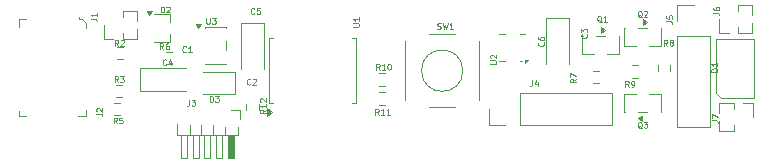
<source format=gbr>
%TF.GenerationSoftware,KiCad,Pcbnew,9.0.6*%
%TF.CreationDate,2026-01-30T22:56:41+01:00*%
%TF.ProjectId,fed_training_1,6665645f-7472-4616-996e-696e675f312e,rev?*%
%TF.SameCoordinates,Original*%
%TF.FileFunction,Legend,Top*%
%TF.FilePolarity,Positive*%
%FSLAX46Y46*%
G04 Gerber Fmt 4.6, Leading zero omitted, Abs format (unit mm)*
G04 Created by KiCad (PCBNEW 9.0.6) date 2026-01-30 22:56:41*
%MOMM*%
%LPD*%
G01*
G04 APERTURE LIST*
%ADD10C,0.062500*%
%ADD11C,0.120000*%
%ADD12C,0.100000*%
G04 APERTURE END LIST*
D10*
X169467882Y-90524244D02*
X169420263Y-90500435D01*
X169420263Y-90500435D02*
X169372644Y-90452816D01*
X169372644Y-90452816D02*
X169301216Y-90381387D01*
X169301216Y-90381387D02*
X169253597Y-90357577D01*
X169253597Y-90357577D02*
X169205978Y-90357577D01*
X169229787Y-90476625D02*
X169182168Y-90452816D01*
X169182168Y-90452816D02*
X169134549Y-90405196D01*
X169134549Y-90405196D02*
X169110740Y-90309958D01*
X169110740Y-90309958D02*
X169110740Y-90143292D01*
X169110740Y-90143292D02*
X169134549Y-90048054D01*
X169134549Y-90048054D02*
X169182168Y-90000435D01*
X169182168Y-90000435D02*
X169229787Y-89976625D01*
X169229787Y-89976625D02*
X169325025Y-89976625D01*
X169325025Y-89976625D02*
X169372644Y-90000435D01*
X169372644Y-90000435D02*
X169420263Y-90048054D01*
X169420263Y-90048054D02*
X169444073Y-90143292D01*
X169444073Y-90143292D02*
X169444073Y-90309958D01*
X169444073Y-90309958D02*
X169420263Y-90405196D01*
X169420263Y-90405196D02*
X169372644Y-90452816D01*
X169372644Y-90452816D02*
X169325025Y-90476625D01*
X169325025Y-90476625D02*
X169229787Y-90476625D01*
X169634550Y-90024244D02*
X169658359Y-90000435D01*
X169658359Y-90000435D02*
X169705978Y-89976625D01*
X169705978Y-89976625D02*
X169825026Y-89976625D01*
X169825026Y-89976625D02*
X169872645Y-90000435D01*
X169872645Y-90000435D02*
X169896454Y-90024244D01*
X169896454Y-90024244D02*
X169920264Y-90071863D01*
X169920264Y-90071863D02*
X169920264Y-90119482D01*
X169920264Y-90119482D02*
X169896454Y-90190911D01*
X169896454Y-90190911D02*
X169610740Y-90476625D01*
X169610740Y-90476625D02*
X169920264Y-90476625D01*
X125138666Y-92938059D02*
X124972000Y-92699964D01*
X124852952Y-92938059D02*
X124852952Y-92438059D01*
X124852952Y-92438059D02*
X125043428Y-92438059D01*
X125043428Y-92438059D02*
X125091047Y-92461869D01*
X125091047Y-92461869D02*
X125114857Y-92485678D01*
X125114857Y-92485678D02*
X125138666Y-92533297D01*
X125138666Y-92533297D02*
X125138666Y-92604726D01*
X125138666Y-92604726D02*
X125114857Y-92652345D01*
X125114857Y-92652345D02*
X125091047Y-92676154D01*
X125091047Y-92676154D02*
X125043428Y-92699964D01*
X125043428Y-92699964D02*
X124852952Y-92699964D01*
X125329143Y-92485678D02*
X125352952Y-92461869D01*
X125352952Y-92461869D02*
X125400571Y-92438059D01*
X125400571Y-92438059D02*
X125519619Y-92438059D01*
X125519619Y-92438059D02*
X125567238Y-92461869D01*
X125567238Y-92461869D02*
X125591047Y-92485678D01*
X125591047Y-92485678D02*
X125614857Y-92533297D01*
X125614857Y-92533297D02*
X125614857Y-92580916D01*
X125614857Y-92580916D02*
X125591047Y-92652345D01*
X125591047Y-92652345D02*
X125305333Y-92938059D01*
X125305333Y-92938059D02*
X125614857Y-92938059D01*
X128938798Y-93242986D02*
X128772132Y-93004891D01*
X128653084Y-93242986D02*
X128653084Y-92742986D01*
X128653084Y-92742986D02*
X128843560Y-92742986D01*
X128843560Y-92742986D02*
X128891179Y-92766796D01*
X128891179Y-92766796D02*
X128914989Y-92790605D01*
X128914989Y-92790605D02*
X128938798Y-92838224D01*
X128938798Y-92838224D02*
X128938798Y-92909653D01*
X128938798Y-92909653D02*
X128914989Y-92957272D01*
X128914989Y-92957272D02*
X128891179Y-92981081D01*
X128891179Y-92981081D02*
X128843560Y-93004891D01*
X128843560Y-93004891D02*
X128653084Y-93004891D01*
X129367370Y-92742986D02*
X129272132Y-92742986D01*
X129272132Y-92742986D02*
X129224513Y-92766796D01*
X129224513Y-92766796D02*
X129200703Y-92790605D01*
X129200703Y-92790605D02*
X129153084Y-92862034D01*
X129153084Y-92862034D02*
X129129275Y-92957272D01*
X129129275Y-92957272D02*
X129129275Y-93147748D01*
X129129275Y-93147748D02*
X129153084Y-93195367D01*
X129153084Y-93195367D02*
X129176894Y-93219177D01*
X129176894Y-93219177D02*
X129224513Y-93242986D01*
X129224513Y-93242986D02*
X129319751Y-93242986D01*
X129319751Y-93242986D02*
X129367370Y-93219177D01*
X129367370Y-93219177D02*
X129391179Y-93195367D01*
X129391179Y-93195367D02*
X129414989Y-93147748D01*
X129414989Y-93147748D02*
X129414989Y-93028700D01*
X129414989Y-93028700D02*
X129391179Y-92981081D01*
X129391179Y-92981081D02*
X129367370Y-92957272D01*
X129367370Y-92957272D02*
X129319751Y-92933462D01*
X129319751Y-92933462D02*
X129224513Y-92933462D01*
X129224513Y-92933462D02*
X129176894Y-92957272D01*
X129176894Y-92957272D02*
X129153084Y-92981081D01*
X129153084Y-92981081D02*
X129129275Y-93028700D01*
X128730952Y-90128059D02*
X128730952Y-89628059D01*
X128730952Y-89628059D02*
X128850000Y-89628059D01*
X128850000Y-89628059D02*
X128921428Y-89651869D01*
X128921428Y-89651869D02*
X128969047Y-89699488D01*
X128969047Y-89699488D02*
X128992857Y-89747107D01*
X128992857Y-89747107D02*
X129016666Y-89842345D01*
X129016666Y-89842345D02*
X129016666Y-89913773D01*
X129016666Y-89913773D02*
X128992857Y-90009011D01*
X128992857Y-90009011D02*
X128969047Y-90056630D01*
X128969047Y-90056630D02*
X128921428Y-90104250D01*
X128921428Y-90104250D02*
X128850000Y-90128059D01*
X128850000Y-90128059D02*
X128730952Y-90128059D01*
X129207143Y-89675678D02*
X129230952Y-89651869D01*
X129230952Y-89651869D02*
X129278571Y-89628059D01*
X129278571Y-89628059D02*
X129397619Y-89628059D01*
X129397619Y-89628059D02*
X129445238Y-89651869D01*
X129445238Y-89651869D02*
X129469047Y-89675678D01*
X129469047Y-89675678D02*
X129492857Y-89723297D01*
X129492857Y-89723297D02*
X129492857Y-89770916D01*
X129492857Y-89770916D02*
X129469047Y-89842345D01*
X129469047Y-89842345D02*
X129183333Y-90128059D01*
X129183333Y-90128059D02*
X129492857Y-90128059D01*
X136661483Y-90205941D02*
X136637674Y-90229751D01*
X136637674Y-90229751D02*
X136566245Y-90253560D01*
X136566245Y-90253560D02*
X136518626Y-90253560D01*
X136518626Y-90253560D02*
X136447198Y-90229751D01*
X136447198Y-90229751D02*
X136399579Y-90182131D01*
X136399579Y-90182131D02*
X136375769Y-90134512D01*
X136375769Y-90134512D02*
X136351960Y-90039274D01*
X136351960Y-90039274D02*
X136351960Y-89967846D01*
X136351960Y-89967846D02*
X136375769Y-89872608D01*
X136375769Y-89872608D02*
X136399579Y-89824989D01*
X136399579Y-89824989D02*
X136447198Y-89777370D01*
X136447198Y-89777370D02*
X136518626Y-89753560D01*
X136518626Y-89753560D02*
X136566245Y-89753560D01*
X136566245Y-89753560D02*
X136637674Y-89777370D01*
X136637674Y-89777370D02*
X136661483Y-89801179D01*
X137113864Y-89753560D02*
X136875769Y-89753560D01*
X136875769Y-89753560D02*
X136851960Y-89991655D01*
X136851960Y-89991655D02*
X136875769Y-89967846D01*
X136875769Y-89967846D02*
X136923388Y-89944036D01*
X136923388Y-89944036D02*
X137042436Y-89944036D01*
X137042436Y-89944036D02*
X137090055Y-89967846D01*
X137090055Y-89967846D02*
X137113864Y-89991655D01*
X137113864Y-89991655D02*
X137137674Y-90039274D01*
X137137674Y-90039274D02*
X137137674Y-90158322D01*
X137137674Y-90158322D02*
X137113864Y-90205941D01*
X137113864Y-90205941D02*
X137090055Y-90229751D01*
X137090055Y-90229751D02*
X137042436Y-90253560D01*
X137042436Y-90253560D02*
X136923388Y-90253560D01*
X136923388Y-90253560D02*
X136875769Y-90229751D01*
X136875769Y-90229751D02*
X136851960Y-90205941D01*
X160183333Y-95875141D02*
X160183333Y-96232284D01*
X160183333Y-96232284D02*
X160159524Y-96303712D01*
X160159524Y-96303712D02*
X160111905Y-96351332D01*
X160111905Y-96351332D02*
X160040476Y-96375141D01*
X160040476Y-96375141D02*
X159992857Y-96375141D01*
X160635714Y-96041808D02*
X160635714Y-96375141D01*
X160516666Y-95851332D02*
X160397619Y-96208474D01*
X160397619Y-96208474D02*
X160707142Y-96208474D01*
X125116666Y-96028059D02*
X124950000Y-95789964D01*
X124830952Y-96028059D02*
X124830952Y-95528059D01*
X124830952Y-95528059D02*
X125021428Y-95528059D01*
X125021428Y-95528059D02*
X125069047Y-95551869D01*
X125069047Y-95551869D02*
X125092857Y-95575678D01*
X125092857Y-95575678D02*
X125116666Y-95623297D01*
X125116666Y-95623297D02*
X125116666Y-95694726D01*
X125116666Y-95694726D02*
X125092857Y-95742345D01*
X125092857Y-95742345D02*
X125069047Y-95766154D01*
X125069047Y-95766154D02*
X125021428Y-95789964D01*
X125021428Y-95789964D02*
X124830952Y-95789964D01*
X125283333Y-95528059D02*
X125592857Y-95528059D01*
X125592857Y-95528059D02*
X125426190Y-95718535D01*
X125426190Y-95718535D02*
X125497619Y-95718535D01*
X125497619Y-95718535D02*
X125545238Y-95742345D01*
X125545238Y-95742345D02*
X125569047Y-95766154D01*
X125569047Y-95766154D02*
X125592857Y-95813773D01*
X125592857Y-95813773D02*
X125592857Y-95932821D01*
X125592857Y-95932821D02*
X125569047Y-95980440D01*
X125569047Y-95980440D02*
X125545238Y-96004250D01*
X125545238Y-96004250D02*
X125497619Y-96028059D01*
X125497619Y-96028059D02*
X125354762Y-96028059D01*
X125354762Y-96028059D02*
X125307143Y-96004250D01*
X125307143Y-96004250D02*
X125283333Y-95980440D01*
X175381549Y-99256667D02*
X175738692Y-99256667D01*
X175738692Y-99256667D02*
X175810120Y-99280476D01*
X175810120Y-99280476D02*
X175857740Y-99328095D01*
X175857740Y-99328095D02*
X175881549Y-99399524D01*
X175881549Y-99399524D02*
X175881549Y-99447143D01*
X175381549Y-99066191D02*
X175381549Y-98732858D01*
X175381549Y-98732858D02*
X175881549Y-98947143D01*
X156628059Y-94480952D02*
X157032821Y-94480952D01*
X157032821Y-94480952D02*
X157080440Y-94457142D01*
X157080440Y-94457142D02*
X157104250Y-94433333D01*
X157104250Y-94433333D02*
X157128059Y-94385714D01*
X157128059Y-94385714D02*
X157128059Y-94290476D01*
X157128059Y-94290476D02*
X157104250Y-94242857D01*
X157104250Y-94242857D02*
X157080440Y-94219047D01*
X157080440Y-94219047D02*
X157032821Y-94195238D01*
X157032821Y-94195238D02*
X156628059Y-94195238D01*
X156675678Y-93980951D02*
X156651869Y-93957142D01*
X156651869Y-93957142D02*
X156628059Y-93909523D01*
X156628059Y-93909523D02*
X156628059Y-93790475D01*
X156628059Y-93790475D02*
X156651869Y-93742856D01*
X156651869Y-93742856D02*
X156675678Y-93719047D01*
X156675678Y-93719047D02*
X156723297Y-93695237D01*
X156723297Y-93695237D02*
X156770916Y-93695237D01*
X156770916Y-93695237D02*
X156842345Y-93719047D01*
X156842345Y-93719047D02*
X157128059Y-94004761D01*
X157128059Y-94004761D02*
X157128059Y-93695237D01*
X125016666Y-99528059D02*
X124850000Y-99289964D01*
X124730952Y-99528059D02*
X124730952Y-99028059D01*
X124730952Y-99028059D02*
X124921428Y-99028059D01*
X124921428Y-99028059D02*
X124969047Y-99051869D01*
X124969047Y-99051869D02*
X124992857Y-99075678D01*
X124992857Y-99075678D02*
X125016666Y-99123297D01*
X125016666Y-99123297D02*
X125016666Y-99194726D01*
X125016666Y-99194726D02*
X124992857Y-99242345D01*
X124992857Y-99242345D02*
X124969047Y-99266154D01*
X124969047Y-99266154D02*
X124921428Y-99289964D01*
X124921428Y-99289964D02*
X124730952Y-99289964D01*
X125469047Y-99028059D02*
X125230952Y-99028059D01*
X125230952Y-99028059D02*
X125207143Y-99266154D01*
X125207143Y-99266154D02*
X125230952Y-99242345D01*
X125230952Y-99242345D02*
X125278571Y-99218535D01*
X125278571Y-99218535D02*
X125397619Y-99218535D01*
X125397619Y-99218535D02*
X125445238Y-99242345D01*
X125445238Y-99242345D02*
X125469047Y-99266154D01*
X125469047Y-99266154D02*
X125492857Y-99313773D01*
X125492857Y-99313773D02*
X125492857Y-99432821D01*
X125492857Y-99432821D02*
X125469047Y-99480440D01*
X125469047Y-99480440D02*
X125445238Y-99504250D01*
X125445238Y-99504250D02*
X125397619Y-99528059D01*
X125397619Y-99528059D02*
X125278571Y-99528059D01*
X125278571Y-99528059D02*
X125230952Y-99504250D01*
X125230952Y-99504250D02*
X125207143Y-99480440D01*
X175833772Y-95138267D02*
X175333772Y-95138267D01*
X175333772Y-95138267D02*
X175333772Y-95019219D01*
X175333772Y-95019219D02*
X175357582Y-94947791D01*
X175357582Y-94947791D02*
X175405201Y-94900172D01*
X175405201Y-94900172D02*
X175452820Y-94876362D01*
X175452820Y-94876362D02*
X175548058Y-94852553D01*
X175548058Y-94852553D02*
X175619486Y-94852553D01*
X175619486Y-94852553D02*
X175714724Y-94876362D01*
X175714724Y-94876362D02*
X175762343Y-94900172D01*
X175762343Y-94900172D02*
X175809963Y-94947791D01*
X175809963Y-94947791D02*
X175833772Y-95019219D01*
X175833772Y-95019219D02*
X175833772Y-95138267D01*
X175833772Y-94376362D02*
X175833772Y-94662076D01*
X175833772Y-94519219D02*
X175333772Y-94519219D01*
X175333772Y-94519219D02*
X175405201Y-94566838D01*
X175405201Y-94566838D02*
X175452820Y-94614457D01*
X175452820Y-94614457D02*
X175476629Y-94662076D01*
X171620666Y-92938059D02*
X171454000Y-92699964D01*
X171334952Y-92938059D02*
X171334952Y-92438059D01*
X171334952Y-92438059D02*
X171525428Y-92438059D01*
X171525428Y-92438059D02*
X171573047Y-92461869D01*
X171573047Y-92461869D02*
X171596857Y-92485678D01*
X171596857Y-92485678D02*
X171620666Y-92533297D01*
X171620666Y-92533297D02*
X171620666Y-92604726D01*
X171620666Y-92604726D02*
X171596857Y-92652345D01*
X171596857Y-92652345D02*
X171573047Y-92676154D01*
X171573047Y-92676154D02*
X171525428Y-92699964D01*
X171525428Y-92699964D02*
X171334952Y-92699964D01*
X171906381Y-92652345D02*
X171858762Y-92628535D01*
X171858762Y-92628535D02*
X171834952Y-92604726D01*
X171834952Y-92604726D02*
X171811143Y-92557107D01*
X171811143Y-92557107D02*
X171811143Y-92533297D01*
X171811143Y-92533297D02*
X171834952Y-92485678D01*
X171834952Y-92485678D02*
X171858762Y-92461869D01*
X171858762Y-92461869D02*
X171906381Y-92438059D01*
X171906381Y-92438059D02*
X172001619Y-92438059D01*
X172001619Y-92438059D02*
X172049238Y-92461869D01*
X172049238Y-92461869D02*
X172073047Y-92485678D01*
X172073047Y-92485678D02*
X172096857Y-92533297D01*
X172096857Y-92533297D02*
X172096857Y-92557107D01*
X172096857Y-92557107D02*
X172073047Y-92604726D01*
X172073047Y-92604726D02*
X172049238Y-92628535D01*
X172049238Y-92628535D02*
X172001619Y-92652345D01*
X172001619Y-92652345D02*
X171906381Y-92652345D01*
X171906381Y-92652345D02*
X171858762Y-92676154D01*
X171858762Y-92676154D02*
X171834952Y-92699964D01*
X171834952Y-92699964D02*
X171811143Y-92747583D01*
X171811143Y-92747583D02*
X171811143Y-92842821D01*
X171811143Y-92842821D02*
X171834952Y-92890440D01*
X171834952Y-92890440D02*
X171858762Y-92914250D01*
X171858762Y-92914250D02*
X171906381Y-92938059D01*
X171906381Y-92938059D02*
X172001619Y-92938059D01*
X172001619Y-92938059D02*
X172049238Y-92914250D01*
X172049238Y-92914250D02*
X172073047Y-92890440D01*
X172073047Y-92890440D02*
X172096857Y-92842821D01*
X172096857Y-92842821D02*
X172096857Y-92747583D01*
X172096857Y-92747583D02*
X172073047Y-92699964D01*
X172073047Y-92699964D02*
X172049238Y-92676154D01*
X172049238Y-92676154D02*
X172001619Y-92652345D01*
X152139789Y-91504250D02*
X152211217Y-91528059D01*
X152211217Y-91528059D02*
X152330265Y-91528059D01*
X152330265Y-91528059D02*
X152377884Y-91504250D01*
X152377884Y-91504250D02*
X152401693Y-91480440D01*
X152401693Y-91480440D02*
X152425503Y-91432821D01*
X152425503Y-91432821D02*
X152425503Y-91385202D01*
X152425503Y-91385202D02*
X152401693Y-91337583D01*
X152401693Y-91337583D02*
X152377884Y-91313773D01*
X152377884Y-91313773D02*
X152330265Y-91289964D01*
X152330265Y-91289964D02*
X152235027Y-91266154D01*
X152235027Y-91266154D02*
X152187408Y-91242345D01*
X152187408Y-91242345D02*
X152163598Y-91218535D01*
X152163598Y-91218535D02*
X152139789Y-91170916D01*
X152139789Y-91170916D02*
X152139789Y-91123297D01*
X152139789Y-91123297D02*
X152163598Y-91075678D01*
X152163598Y-91075678D02*
X152187408Y-91051869D01*
X152187408Y-91051869D02*
X152235027Y-91028059D01*
X152235027Y-91028059D02*
X152354074Y-91028059D01*
X152354074Y-91028059D02*
X152425503Y-91051869D01*
X152592169Y-91028059D02*
X152711217Y-91528059D01*
X152711217Y-91528059D02*
X152806455Y-91170916D01*
X152806455Y-91170916D02*
X152901693Y-91528059D01*
X152901693Y-91528059D02*
X153020741Y-91028059D01*
X153473122Y-91528059D02*
X153187408Y-91528059D01*
X153330265Y-91528059D02*
X153330265Y-91028059D01*
X153330265Y-91028059D02*
X153282646Y-91099488D01*
X153282646Y-91099488D02*
X153235027Y-91147107D01*
X153235027Y-91147107D02*
X153187408Y-91170916D01*
X137642059Y-98365428D02*
X137403964Y-98532094D01*
X137642059Y-98651142D02*
X137142059Y-98651142D01*
X137142059Y-98651142D02*
X137142059Y-98460666D01*
X137142059Y-98460666D02*
X137165869Y-98413047D01*
X137165869Y-98413047D02*
X137189678Y-98389237D01*
X137189678Y-98389237D02*
X137237297Y-98365428D01*
X137237297Y-98365428D02*
X137308726Y-98365428D01*
X137308726Y-98365428D02*
X137356345Y-98389237D01*
X137356345Y-98389237D02*
X137380154Y-98413047D01*
X137380154Y-98413047D02*
X137403964Y-98460666D01*
X137403964Y-98460666D02*
X137403964Y-98651142D01*
X137642059Y-97889237D02*
X137642059Y-98174951D01*
X137642059Y-98032094D02*
X137142059Y-98032094D01*
X137142059Y-98032094D02*
X137213488Y-98079713D01*
X137213488Y-98079713D02*
X137261107Y-98127332D01*
X137261107Y-98127332D02*
X137284916Y-98174951D01*
X137189678Y-97698761D02*
X137165869Y-97674952D01*
X137165869Y-97674952D02*
X137142059Y-97627333D01*
X137142059Y-97627333D02*
X137142059Y-97508285D01*
X137142059Y-97508285D02*
X137165869Y-97460666D01*
X137165869Y-97460666D02*
X137189678Y-97436857D01*
X137189678Y-97436857D02*
X137237297Y-97413047D01*
X137237297Y-97413047D02*
X137284916Y-97413047D01*
X137284916Y-97413047D02*
X137356345Y-97436857D01*
X137356345Y-97436857D02*
X137642059Y-97722571D01*
X137642059Y-97722571D02*
X137642059Y-97413047D01*
X147178571Y-98780059D02*
X147011905Y-98541964D01*
X146892857Y-98780059D02*
X146892857Y-98280059D01*
X146892857Y-98280059D02*
X147083333Y-98280059D01*
X147083333Y-98280059D02*
X147130952Y-98303869D01*
X147130952Y-98303869D02*
X147154762Y-98327678D01*
X147154762Y-98327678D02*
X147178571Y-98375297D01*
X147178571Y-98375297D02*
X147178571Y-98446726D01*
X147178571Y-98446726D02*
X147154762Y-98494345D01*
X147154762Y-98494345D02*
X147130952Y-98518154D01*
X147130952Y-98518154D02*
X147083333Y-98541964D01*
X147083333Y-98541964D02*
X146892857Y-98541964D01*
X147654762Y-98780059D02*
X147369048Y-98780059D01*
X147511905Y-98780059D02*
X147511905Y-98280059D01*
X147511905Y-98280059D02*
X147464286Y-98351488D01*
X147464286Y-98351488D02*
X147416667Y-98399107D01*
X147416667Y-98399107D02*
X147369048Y-98422916D01*
X148130952Y-98780059D02*
X147845238Y-98780059D01*
X147988095Y-98780059D02*
X147988095Y-98280059D01*
X147988095Y-98280059D02*
X147940476Y-98351488D01*
X147940476Y-98351488D02*
X147892857Y-98399107D01*
X147892857Y-98399107D02*
X147845238Y-98422916D01*
X163899038Y-95756310D02*
X163660943Y-95922976D01*
X163899038Y-96042024D02*
X163399038Y-96042024D01*
X163399038Y-96042024D02*
X163399038Y-95851548D01*
X163399038Y-95851548D02*
X163422848Y-95803929D01*
X163422848Y-95803929D02*
X163446657Y-95780119D01*
X163446657Y-95780119D02*
X163494276Y-95756310D01*
X163494276Y-95756310D02*
X163565705Y-95756310D01*
X163565705Y-95756310D02*
X163613324Y-95780119D01*
X163613324Y-95780119D02*
X163637133Y-95803929D01*
X163637133Y-95803929D02*
X163660943Y-95851548D01*
X163660943Y-95851548D02*
X163660943Y-96042024D01*
X163399038Y-95589643D02*
X163399038Y-95256310D01*
X163399038Y-95256310D02*
X163899038Y-95470595D01*
X132589047Y-90608059D02*
X132589047Y-91012821D01*
X132589047Y-91012821D02*
X132612857Y-91060440D01*
X132612857Y-91060440D02*
X132636666Y-91084250D01*
X132636666Y-91084250D02*
X132684285Y-91108059D01*
X132684285Y-91108059D02*
X132779523Y-91108059D01*
X132779523Y-91108059D02*
X132827142Y-91084250D01*
X132827142Y-91084250D02*
X132850952Y-91060440D01*
X132850952Y-91060440D02*
X132874761Y-91012821D01*
X132874761Y-91012821D02*
X132874761Y-90608059D01*
X133065238Y-90608059D02*
X133374762Y-90608059D01*
X133374762Y-90608059D02*
X133208095Y-90798535D01*
X133208095Y-90798535D02*
X133279524Y-90798535D01*
X133279524Y-90798535D02*
X133327143Y-90822345D01*
X133327143Y-90822345D02*
X133350952Y-90846154D01*
X133350952Y-90846154D02*
X133374762Y-90893773D01*
X133374762Y-90893773D02*
X133374762Y-91012821D01*
X133374762Y-91012821D02*
X133350952Y-91060440D01*
X133350952Y-91060440D02*
X133327143Y-91084250D01*
X133327143Y-91084250D02*
X133279524Y-91108059D01*
X133279524Y-91108059D02*
X133136667Y-91108059D01*
X133136667Y-91108059D02*
X133089048Y-91084250D01*
X133089048Y-91084250D02*
X133065238Y-91060440D01*
X129203566Y-94555297D02*
X129179757Y-94579107D01*
X129179757Y-94579107D02*
X129108328Y-94602916D01*
X129108328Y-94602916D02*
X129060709Y-94602916D01*
X129060709Y-94602916D02*
X128989281Y-94579107D01*
X128989281Y-94579107D02*
X128941662Y-94531487D01*
X128941662Y-94531487D02*
X128917852Y-94483868D01*
X128917852Y-94483868D02*
X128894043Y-94388630D01*
X128894043Y-94388630D02*
X128894043Y-94317202D01*
X128894043Y-94317202D02*
X128917852Y-94221964D01*
X128917852Y-94221964D02*
X128941662Y-94174345D01*
X128941662Y-94174345D02*
X128989281Y-94126726D01*
X128989281Y-94126726D02*
X129060709Y-94102916D01*
X129060709Y-94102916D02*
X129108328Y-94102916D01*
X129108328Y-94102916D02*
X129179757Y-94126726D01*
X129179757Y-94126726D02*
X129203566Y-94150535D01*
X129632138Y-94269583D02*
X129632138Y-94602916D01*
X129513090Y-94079107D02*
X129394043Y-94436249D01*
X129394043Y-94436249D02*
X129703566Y-94436249D01*
X166047557Y-90953678D02*
X165999938Y-90929869D01*
X165999938Y-90929869D02*
X165952319Y-90882250D01*
X165952319Y-90882250D02*
X165880891Y-90810821D01*
X165880891Y-90810821D02*
X165833272Y-90787011D01*
X165833272Y-90787011D02*
X165785653Y-90787011D01*
X165809462Y-90906059D02*
X165761843Y-90882250D01*
X165761843Y-90882250D02*
X165714224Y-90834630D01*
X165714224Y-90834630D02*
X165690415Y-90739392D01*
X165690415Y-90739392D02*
X165690415Y-90572726D01*
X165690415Y-90572726D02*
X165714224Y-90477488D01*
X165714224Y-90477488D02*
X165761843Y-90429869D01*
X165761843Y-90429869D02*
X165809462Y-90406059D01*
X165809462Y-90406059D02*
X165904700Y-90406059D01*
X165904700Y-90406059D02*
X165952319Y-90429869D01*
X165952319Y-90429869D02*
X165999938Y-90477488D01*
X165999938Y-90477488D02*
X166023748Y-90572726D01*
X166023748Y-90572726D02*
X166023748Y-90739392D01*
X166023748Y-90739392D02*
X165999938Y-90834630D01*
X165999938Y-90834630D02*
X165952319Y-90882250D01*
X165952319Y-90882250D02*
X165904700Y-90906059D01*
X165904700Y-90906059D02*
X165809462Y-90906059D01*
X166499939Y-90906059D02*
X166214225Y-90906059D01*
X166357082Y-90906059D02*
X166357082Y-90406059D01*
X166357082Y-90406059D02*
X166309463Y-90477488D01*
X166309463Y-90477488D02*
X166261844Y-90525107D01*
X166261844Y-90525107D02*
X166214225Y-90548916D01*
X131151333Y-97518059D02*
X131151333Y-97875202D01*
X131151333Y-97875202D02*
X131127524Y-97946630D01*
X131127524Y-97946630D02*
X131079905Y-97994250D01*
X131079905Y-97994250D02*
X131008476Y-98018059D01*
X131008476Y-98018059D02*
X130960857Y-98018059D01*
X131341809Y-97518059D02*
X131651333Y-97518059D01*
X131651333Y-97518059D02*
X131484666Y-97708535D01*
X131484666Y-97708535D02*
X131556095Y-97708535D01*
X131556095Y-97708535D02*
X131603714Y-97732345D01*
X131603714Y-97732345D02*
X131627523Y-97756154D01*
X131627523Y-97756154D02*
X131651333Y-97803773D01*
X131651333Y-97803773D02*
X131651333Y-97922821D01*
X131651333Y-97922821D02*
X131627523Y-97970440D01*
X131627523Y-97970440D02*
X131603714Y-97994250D01*
X131603714Y-97994250D02*
X131556095Y-98018059D01*
X131556095Y-98018059D02*
X131413238Y-98018059D01*
X131413238Y-98018059D02*
X131365619Y-97994250D01*
X131365619Y-97994250D02*
X131341809Y-97970440D01*
X175520353Y-90165106D02*
X175877496Y-90165106D01*
X175877496Y-90165106D02*
X175948924Y-90188915D01*
X175948924Y-90188915D02*
X175996544Y-90236534D01*
X175996544Y-90236534D02*
X176020353Y-90307963D01*
X176020353Y-90307963D02*
X176020353Y-90355582D01*
X175520353Y-89712725D02*
X175520353Y-89807963D01*
X175520353Y-89807963D02*
X175544163Y-89855582D01*
X175544163Y-89855582D02*
X175567972Y-89879392D01*
X175567972Y-89879392D02*
X175639401Y-89927011D01*
X175639401Y-89927011D02*
X175734639Y-89950820D01*
X175734639Y-89950820D02*
X175925115Y-89950820D01*
X175925115Y-89950820D02*
X175972734Y-89927011D01*
X175972734Y-89927011D02*
X175996544Y-89903201D01*
X175996544Y-89903201D02*
X176020353Y-89855582D01*
X176020353Y-89855582D02*
X176020353Y-89760344D01*
X176020353Y-89760344D02*
X175996544Y-89712725D01*
X175996544Y-89712725D02*
X175972734Y-89688916D01*
X175972734Y-89688916D02*
X175925115Y-89665106D01*
X175925115Y-89665106D02*
X175806067Y-89665106D01*
X175806067Y-89665106D02*
X175758448Y-89688916D01*
X175758448Y-89688916D02*
X175734639Y-89712725D01*
X175734639Y-89712725D02*
X175710829Y-89760344D01*
X175710829Y-89760344D02*
X175710829Y-89855582D01*
X175710829Y-89855582D02*
X175734639Y-89903201D01*
X175734639Y-89903201D02*
X175758448Y-89927011D01*
X175758448Y-89927011D02*
X175806067Y-89950820D01*
X130855469Y-93437979D02*
X130831660Y-93461789D01*
X130831660Y-93461789D02*
X130760231Y-93485598D01*
X130760231Y-93485598D02*
X130712612Y-93485598D01*
X130712612Y-93485598D02*
X130641184Y-93461789D01*
X130641184Y-93461789D02*
X130593565Y-93414169D01*
X130593565Y-93414169D02*
X130569755Y-93366550D01*
X130569755Y-93366550D02*
X130545946Y-93271312D01*
X130545946Y-93271312D02*
X130545946Y-93199884D01*
X130545946Y-93199884D02*
X130569755Y-93104646D01*
X130569755Y-93104646D02*
X130593565Y-93057027D01*
X130593565Y-93057027D02*
X130641184Y-93009408D01*
X130641184Y-93009408D02*
X130712612Y-92985598D01*
X130712612Y-92985598D02*
X130760231Y-92985598D01*
X130760231Y-92985598D02*
X130831660Y-93009408D01*
X130831660Y-93009408D02*
X130855469Y-93033217D01*
X131331660Y-93485598D02*
X131045946Y-93485598D01*
X131188803Y-93485598D02*
X131188803Y-92985598D01*
X131188803Y-92985598D02*
X131141184Y-93057027D01*
X131141184Y-93057027D02*
X131093565Y-93104646D01*
X131093565Y-93104646D02*
X131045946Y-93128455D01*
X123281137Y-98722051D02*
X123638280Y-98722051D01*
X123638280Y-98722051D02*
X123709708Y-98745860D01*
X123709708Y-98745860D02*
X123757328Y-98793479D01*
X123757328Y-98793479D02*
X123781137Y-98864908D01*
X123781137Y-98864908D02*
X123781137Y-98912527D01*
X123328756Y-98507765D02*
X123304947Y-98483956D01*
X123304947Y-98483956D02*
X123281137Y-98436337D01*
X123281137Y-98436337D02*
X123281137Y-98317289D01*
X123281137Y-98317289D02*
X123304947Y-98269670D01*
X123304947Y-98269670D02*
X123328756Y-98245861D01*
X123328756Y-98245861D02*
X123376375Y-98222051D01*
X123376375Y-98222051D02*
X123423994Y-98222051D01*
X123423994Y-98222051D02*
X123495423Y-98245861D01*
X123495423Y-98245861D02*
X123781137Y-98531575D01*
X123781137Y-98531575D02*
X123781137Y-98222051D01*
X132882704Y-97692678D02*
X132882704Y-97192678D01*
X132882704Y-97192678D02*
X133001752Y-97192678D01*
X133001752Y-97192678D02*
X133073180Y-97216488D01*
X133073180Y-97216488D02*
X133120799Y-97264107D01*
X133120799Y-97264107D02*
X133144609Y-97311726D01*
X133144609Y-97311726D02*
X133168418Y-97406964D01*
X133168418Y-97406964D02*
X133168418Y-97478392D01*
X133168418Y-97478392D02*
X133144609Y-97573630D01*
X133144609Y-97573630D02*
X133120799Y-97621249D01*
X133120799Y-97621249D02*
X133073180Y-97668869D01*
X133073180Y-97668869D02*
X133001752Y-97692678D01*
X133001752Y-97692678D02*
X132882704Y-97692678D01*
X133335085Y-97192678D02*
X133644609Y-97192678D01*
X133644609Y-97192678D02*
X133477942Y-97383154D01*
X133477942Y-97383154D02*
X133549371Y-97383154D01*
X133549371Y-97383154D02*
X133596990Y-97406964D01*
X133596990Y-97406964D02*
X133620799Y-97430773D01*
X133620799Y-97430773D02*
X133644609Y-97478392D01*
X133644609Y-97478392D02*
X133644609Y-97597440D01*
X133644609Y-97597440D02*
X133620799Y-97645059D01*
X133620799Y-97645059D02*
X133596990Y-97668869D01*
X133596990Y-97668869D02*
X133549371Y-97692678D01*
X133549371Y-97692678D02*
X133406514Y-97692678D01*
X133406514Y-97692678D02*
X133358895Y-97668869D01*
X133358895Y-97668869D02*
X133335085Y-97645059D01*
X136314666Y-96192440D02*
X136290857Y-96216250D01*
X136290857Y-96216250D02*
X136219428Y-96240059D01*
X136219428Y-96240059D02*
X136171809Y-96240059D01*
X136171809Y-96240059D02*
X136100381Y-96216250D01*
X136100381Y-96216250D02*
X136052762Y-96168630D01*
X136052762Y-96168630D02*
X136028952Y-96121011D01*
X136028952Y-96121011D02*
X136005143Y-96025773D01*
X136005143Y-96025773D02*
X136005143Y-95954345D01*
X136005143Y-95954345D02*
X136028952Y-95859107D01*
X136028952Y-95859107D02*
X136052762Y-95811488D01*
X136052762Y-95811488D02*
X136100381Y-95763869D01*
X136100381Y-95763869D02*
X136171809Y-95740059D01*
X136171809Y-95740059D02*
X136219428Y-95740059D01*
X136219428Y-95740059D02*
X136290857Y-95763869D01*
X136290857Y-95763869D02*
X136314666Y-95787678D01*
X136505143Y-95787678D02*
X136528952Y-95763869D01*
X136528952Y-95763869D02*
X136576571Y-95740059D01*
X136576571Y-95740059D02*
X136695619Y-95740059D01*
X136695619Y-95740059D02*
X136743238Y-95763869D01*
X136743238Y-95763869D02*
X136767047Y-95787678D01*
X136767047Y-95787678D02*
X136790857Y-95835297D01*
X136790857Y-95835297D02*
X136790857Y-95882916D01*
X136790857Y-95882916D02*
X136767047Y-95954345D01*
X136767047Y-95954345D02*
X136481333Y-96240059D01*
X136481333Y-96240059D02*
X136790857Y-96240059D01*
X145040388Y-91330952D02*
X145445150Y-91330952D01*
X145445150Y-91330952D02*
X145492769Y-91307142D01*
X145492769Y-91307142D02*
X145516579Y-91283333D01*
X145516579Y-91283333D02*
X145540388Y-91235714D01*
X145540388Y-91235714D02*
X145540388Y-91140476D01*
X145540388Y-91140476D02*
X145516579Y-91092857D01*
X145516579Y-91092857D02*
X145492769Y-91069047D01*
X145492769Y-91069047D02*
X145445150Y-91045238D01*
X145445150Y-91045238D02*
X145040388Y-91045238D01*
X145540388Y-90545237D02*
X145540388Y-90830951D01*
X145540388Y-90688094D02*
X145040388Y-90688094D01*
X145040388Y-90688094D02*
X145111817Y-90735713D01*
X145111817Y-90735713D02*
X145159436Y-90783332D01*
X145159436Y-90783332D02*
X145183245Y-90830951D01*
X168349664Y-96442123D02*
X168182998Y-96204028D01*
X168063950Y-96442123D02*
X168063950Y-95942123D01*
X168063950Y-95942123D02*
X168254426Y-95942123D01*
X168254426Y-95942123D02*
X168302045Y-95965933D01*
X168302045Y-95965933D02*
X168325855Y-95989742D01*
X168325855Y-95989742D02*
X168349664Y-96037361D01*
X168349664Y-96037361D02*
X168349664Y-96108790D01*
X168349664Y-96108790D02*
X168325855Y-96156409D01*
X168325855Y-96156409D02*
X168302045Y-96180218D01*
X168302045Y-96180218D02*
X168254426Y-96204028D01*
X168254426Y-96204028D02*
X168063950Y-96204028D01*
X168587760Y-96442123D02*
X168682998Y-96442123D01*
X168682998Y-96442123D02*
X168730617Y-96418314D01*
X168730617Y-96418314D02*
X168754426Y-96394504D01*
X168754426Y-96394504D02*
X168802045Y-96323075D01*
X168802045Y-96323075D02*
X168825855Y-96227837D01*
X168825855Y-96227837D02*
X168825855Y-96037361D01*
X168825855Y-96037361D02*
X168802045Y-95989742D01*
X168802045Y-95989742D02*
X168778236Y-95965933D01*
X168778236Y-95965933D02*
X168730617Y-95942123D01*
X168730617Y-95942123D02*
X168635379Y-95942123D01*
X168635379Y-95942123D02*
X168587760Y-95965933D01*
X168587760Y-95965933D02*
X168563950Y-95989742D01*
X168563950Y-95989742D02*
X168540141Y-96037361D01*
X168540141Y-96037361D02*
X168540141Y-96156409D01*
X168540141Y-96156409D02*
X168563950Y-96204028D01*
X168563950Y-96204028D02*
X168587760Y-96227837D01*
X168587760Y-96227837D02*
X168635379Y-96251647D01*
X168635379Y-96251647D02*
X168730617Y-96251647D01*
X168730617Y-96251647D02*
X168778236Y-96227837D01*
X168778236Y-96227837D02*
X168802045Y-96204028D01*
X168802045Y-96204028D02*
X168825855Y-96156409D01*
X169472717Y-99921955D02*
X169425098Y-99898146D01*
X169425098Y-99898146D02*
X169377479Y-99850527D01*
X169377479Y-99850527D02*
X169306051Y-99779098D01*
X169306051Y-99779098D02*
X169258432Y-99755288D01*
X169258432Y-99755288D02*
X169210813Y-99755288D01*
X169234622Y-99874336D02*
X169187003Y-99850527D01*
X169187003Y-99850527D02*
X169139384Y-99802907D01*
X169139384Y-99802907D02*
X169115575Y-99707669D01*
X169115575Y-99707669D02*
X169115575Y-99541003D01*
X169115575Y-99541003D02*
X169139384Y-99445765D01*
X169139384Y-99445765D02*
X169187003Y-99398146D01*
X169187003Y-99398146D02*
X169234622Y-99374336D01*
X169234622Y-99374336D02*
X169329860Y-99374336D01*
X169329860Y-99374336D02*
X169377479Y-99398146D01*
X169377479Y-99398146D02*
X169425098Y-99445765D01*
X169425098Y-99445765D02*
X169448908Y-99541003D01*
X169448908Y-99541003D02*
X169448908Y-99707669D01*
X169448908Y-99707669D02*
X169425098Y-99802907D01*
X169425098Y-99802907D02*
X169377479Y-99850527D01*
X169377479Y-99850527D02*
X169329860Y-99874336D01*
X169329860Y-99874336D02*
X169234622Y-99874336D01*
X169615575Y-99374336D02*
X169925099Y-99374336D01*
X169925099Y-99374336D02*
X169758432Y-99564812D01*
X169758432Y-99564812D02*
X169829861Y-99564812D01*
X169829861Y-99564812D02*
X169877480Y-99588622D01*
X169877480Y-99588622D02*
X169901289Y-99612431D01*
X169901289Y-99612431D02*
X169925099Y-99660050D01*
X169925099Y-99660050D02*
X169925099Y-99779098D01*
X169925099Y-99779098D02*
X169901289Y-99826717D01*
X169901289Y-99826717D02*
X169877480Y-99850527D01*
X169877480Y-99850527D02*
X169829861Y-99874336D01*
X169829861Y-99874336D02*
X169687004Y-99874336D01*
X169687004Y-99874336D02*
X169639385Y-99850527D01*
X169639385Y-99850527D02*
X169615575Y-99826717D01*
X164780440Y-91983333D02*
X164804250Y-92007142D01*
X164804250Y-92007142D02*
X164828059Y-92078571D01*
X164828059Y-92078571D02*
X164828059Y-92126190D01*
X164828059Y-92126190D02*
X164804250Y-92197618D01*
X164804250Y-92197618D02*
X164756630Y-92245237D01*
X164756630Y-92245237D02*
X164709011Y-92269047D01*
X164709011Y-92269047D02*
X164613773Y-92292856D01*
X164613773Y-92292856D02*
X164542345Y-92292856D01*
X164542345Y-92292856D02*
X164447107Y-92269047D01*
X164447107Y-92269047D02*
X164399488Y-92245237D01*
X164399488Y-92245237D02*
X164351869Y-92197618D01*
X164351869Y-92197618D02*
X164328059Y-92126190D01*
X164328059Y-92126190D02*
X164328059Y-92078571D01*
X164328059Y-92078571D02*
X164351869Y-92007142D01*
X164351869Y-92007142D02*
X164375678Y-91983333D01*
X164328059Y-91816666D02*
X164328059Y-91507142D01*
X164328059Y-91507142D02*
X164518535Y-91673809D01*
X164518535Y-91673809D02*
X164518535Y-91602380D01*
X164518535Y-91602380D02*
X164542345Y-91554761D01*
X164542345Y-91554761D02*
X164566154Y-91530952D01*
X164566154Y-91530952D02*
X164613773Y-91507142D01*
X164613773Y-91507142D02*
X164732821Y-91507142D01*
X164732821Y-91507142D02*
X164780440Y-91530952D01*
X164780440Y-91530952D02*
X164804250Y-91554761D01*
X164804250Y-91554761D02*
X164828059Y-91602380D01*
X164828059Y-91602380D02*
X164828059Y-91745237D01*
X164828059Y-91745237D02*
X164804250Y-91792856D01*
X164804250Y-91792856D02*
X164780440Y-91816666D01*
X161136649Y-92659645D02*
X161160459Y-92683454D01*
X161160459Y-92683454D02*
X161184268Y-92754883D01*
X161184268Y-92754883D02*
X161184268Y-92802502D01*
X161184268Y-92802502D02*
X161160459Y-92873930D01*
X161160459Y-92873930D02*
X161112839Y-92921549D01*
X161112839Y-92921549D02*
X161065220Y-92945359D01*
X161065220Y-92945359D02*
X160969982Y-92969168D01*
X160969982Y-92969168D02*
X160898554Y-92969168D01*
X160898554Y-92969168D02*
X160803316Y-92945359D01*
X160803316Y-92945359D02*
X160755697Y-92921549D01*
X160755697Y-92921549D02*
X160708078Y-92873930D01*
X160708078Y-92873930D02*
X160684268Y-92802502D01*
X160684268Y-92802502D02*
X160684268Y-92754883D01*
X160684268Y-92754883D02*
X160708078Y-92683454D01*
X160708078Y-92683454D02*
X160731887Y-92659645D01*
X160684268Y-92231073D02*
X160684268Y-92326311D01*
X160684268Y-92326311D02*
X160708078Y-92373930D01*
X160708078Y-92373930D02*
X160731887Y-92397740D01*
X160731887Y-92397740D02*
X160803316Y-92445359D01*
X160803316Y-92445359D02*
X160898554Y-92469168D01*
X160898554Y-92469168D02*
X161089030Y-92469168D01*
X161089030Y-92469168D02*
X161136649Y-92445359D01*
X161136649Y-92445359D02*
X161160459Y-92421549D01*
X161160459Y-92421549D02*
X161184268Y-92373930D01*
X161184268Y-92373930D02*
X161184268Y-92278692D01*
X161184268Y-92278692D02*
X161160459Y-92231073D01*
X161160459Y-92231073D02*
X161136649Y-92207264D01*
X161136649Y-92207264D02*
X161089030Y-92183454D01*
X161089030Y-92183454D02*
X160969982Y-92183454D01*
X160969982Y-92183454D02*
X160922363Y-92207264D01*
X160922363Y-92207264D02*
X160898554Y-92231073D01*
X160898554Y-92231073D02*
X160874744Y-92278692D01*
X160874744Y-92278692D02*
X160874744Y-92373930D01*
X160874744Y-92373930D02*
X160898554Y-92421549D01*
X160898554Y-92421549D02*
X160922363Y-92445359D01*
X160922363Y-92445359D02*
X160969982Y-92469168D01*
X171534536Y-90876666D02*
X171891679Y-90876666D01*
X171891679Y-90876666D02*
X171963107Y-90900475D01*
X171963107Y-90900475D02*
X172010727Y-90948094D01*
X172010727Y-90948094D02*
X172034536Y-91019523D01*
X172034536Y-91019523D02*
X172034536Y-91067142D01*
X171534536Y-90400476D02*
X171534536Y-90638571D01*
X171534536Y-90638571D02*
X171772631Y-90662380D01*
X171772631Y-90662380D02*
X171748822Y-90638571D01*
X171748822Y-90638571D02*
X171725012Y-90590952D01*
X171725012Y-90590952D02*
X171725012Y-90471904D01*
X171725012Y-90471904D02*
X171748822Y-90424285D01*
X171748822Y-90424285D02*
X171772631Y-90400476D01*
X171772631Y-90400476D02*
X171820250Y-90376666D01*
X171820250Y-90376666D02*
X171939298Y-90376666D01*
X171939298Y-90376666D02*
X171986917Y-90400476D01*
X171986917Y-90400476D02*
X172010727Y-90424285D01*
X172010727Y-90424285D02*
X172034536Y-90471904D01*
X172034536Y-90471904D02*
X172034536Y-90590952D01*
X172034536Y-90590952D02*
X172010727Y-90638571D01*
X172010727Y-90638571D02*
X171986917Y-90662380D01*
X147252571Y-94970059D02*
X147085905Y-94731964D01*
X146966857Y-94970059D02*
X146966857Y-94470059D01*
X146966857Y-94470059D02*
X147157333Y-94470059D01*
X147157333Y-94470059D02*
X147204952Y-94493869D01*
X147204952Y-94493869D02*
X147228762Y-94517678D01*
X147228762Y-94517678D02*
X147252571Y-94565297D01*
X147252571Y-94565297D02*
X147252571Y-94636726D01*
X147252571Y-94636726D02*
X147228762Y-94684345D01*
X147228762Y-94684345D02*
X147204952Y-94708154D01*
X147204952Y-94708154D02*
X147157333Y-94731964D01*
X147157333Y-94731964D02*
X146966857Y-94731964D01*
X147728762Y-94970059D02*
X147443048Y-94970059D01*
X147585905Y-94970059D02*
X147585905Y-94470059D01*
X147585905Y-94470059D02*
X147538286Y-94541488D01*
X147538286Y-94541488D02*
X147490667Y-94589107D01*
X147490667Y-94589107D02*
X147443048Y-94612916D01*
X148038285Y-94470059D02*
X148085904Y-94470059D01*
X148085904Y-94470059D02*
X148133523Y-94493869D01*
X148133523Y-94493869D02*
X148157333Y-94517678D01*
X148157333Y-94517678D02*
X148181142Y-94565297D01*
X148181142Y-94565297D02*
X148204952Y-94660535D01*
X148204952Y-94660535D02*
X148204952Y-94779583D01*
X148204952Y-94779583D02*
X148181142Y-94874821D01*
X148181142Y-94874821D02*
X148157333Y-94922440D01*
X148157333Y-94922440D02*
X148133523Y-94946250D01*
X148133523Y-94946250D02*
X148085904Y-94970059D01*
X148085904Y-94970059D02*
X148038285Y-94970059D01*
X148038285Y-94970059D02*
X147990666Y-94946250D01*
X147990666Y-94946250D02*
X147966857Y-94922440D01*
X147966857Y-94922440D02*
X147943047Y-94874821D01*
X147943047Y-94874821D02*
X147919238Y-94779583D01*
X147919238Y-94779583D02*
X147919238Y-94660535D01*
X147919238Y-94660535D02*
X147943047Y-94565297D01*
X147943047Y-94565297D02*
X147966857Y-94517678D01*
X147966857Y-94517678D02*
X147990666Y-94493869D01*
X147990666Y-94493869D02*
X148038285Y-94470059D01*
X122802855Y-90680666D02*
X123159998Y-90680666D01*
X123159998Y-90680666D02*
X123231426Y-90704475D01*
X123231426Y-90704475D02*
X123279046Y-90752094D01*
X123279046Y-90752094D02*
X123302855Y-90823523D01*
X123302855Y-90823523D02*
X123302855Y-90871142D01*
X123302855Y-90180666D02*
X123302855Y-90466380D01*
X123302855Y-90323523D02*
X122802855Y-90323523D01*
X122802855Y-90323523D02*
X122874284Y-90371142D01*
X122874284Y-90371142D02*
X122921903Y-90418761D01*
X122921903Y-90418761D02*
X122945712Y-90466380D01*
D11*
%TO.C,Q2*%
X167980000Y-91460000D02*
X168030000Y-91460000D01*
X167980000Y-92980000D02*
X167980000Y-91460000D01*
X168980000Y-92980000D02*
X167980000Y-92980000D01*
X169150000Y-91460000D02*
X169930000Y-91460000D01*
X171050000Y-91460000D02*
X171100000Y-91460000D01*
X171100000Y-91460000D02*
X171100000Y-92980000D01*
X171100000Y-92980000D02*
X170100000Y-92980000D01*
X169920000Y-90920000D02*
X169590000Y-91160000D01*
X169590000Y-90680000D01*
X169920000Y-90920000D01*
G36*
X169920000Y-90920000D02*
G01*
X169590000Y-91160000D01*
X169590000Y-90680000D01*
X169920000Y-90920000D01*
G37*
%TO.C,R2*%
X125021676Y-93021428D02*
X125531124Y-93021428D01*
X125021676Y-94066428D02*
X125531124Y-94066428D01*
%TO.C,R6*%
X129654724Y-93477500D02*
X129145276Y-93477500D01*
X129654724Y-94522500D02*
X129145276Y-94522500D01*
%TO.C,D2*%
X128138182Y-90290000D02*
X129548182Y-90290000D01*
X128138182Y-92610000D02*
X129548182Y-92610000D01*
X129548182Y-90290000D02*
X129548182Y-90950000D01*
X129548182Y-91950000D02*
X129548182Y-92610000D01*
X127768182Y-90310000D02*
X127528182Y-89980000D01*
X128008182Y-89980000D01*
X127768182Y-90310000D01*
G36*
X127768182Y-90310000D02*
G01*
X127528182Y-89980000D01*
X128008182Y-89980000D01*
X127768182Y-90310000D01*
G37*
%TO.C,J4*%
X156518454Y-99680000D02*
X156518454Y-98300000D01*
X157898454Y-99680000D02*
X156518454Y-99680000D01*
X159168454Y-96920000D02*
X166898454Y-96920000D01*
X159168454Y-99680000D02*
X159168454Y-96920000D01*
X159168454Y-99680000D02*
X166898454Y-99680000D01*
X166898454Y-99680000D02*
X166898454Y-96920000D01*
%TO.C,R3*%
X125454724Y-96245042D02*
X124945276Y-96245042D01*
X125454724Y-97290042D02*
X124945276Y-97290042D01*
%TO.C,J7*%
X176015000Y-97830000D02*
X176015000Y-98672077D01*
X176015000Y-99307923D02*
X176015000Y-100150000D01*
X177220000Y-97830000D02*
X176015000Y-97830000D01*
X177220000Y-97830000D02*
X177220000Y-98323292D01*
X177220000Y-99656708D02*
X177220000Y-100150000D01*
X177220000Y-100150000D02*
X176015000Y-100150000D01*
X178030000Y-97830000D02*
X178840000Y-97830000D01*
X178840000Y-97830000D02*
X178840000Y-98990000D01*
%TO.C,U2*%
X157386355Y-91972233D02*
X157861355Y-91972233D01*
X157861355Y-94242233D02*
X157386355Y-94242233D01*
X159131355Y-91972233D02*
X159606355Y-91972233D01*
X159326355Y-94242233D02*
X159131355Y-94242233D01*
X159566355Y-94437233D02*
X159566355Y-94157233D01*
X159846355Y-94157233D01*
X159566355Y-94437233D01*
G36*
X159566355Y-94437233D02*
G01*
X159566355Y-94157233D01*
X159846355Y-94157233D01*
X159566355Y-94437233D01*
G37*
%TO.C,R5*%
X124745276Y-97777500D02*
X125254724Y-97777500D01*
X124745276Y-98822500D02*
X125254724Y-98822500D01*
%TO.C,D1*%
X175750000Y-96960000D02*
X175750000Y-92360000D01*
X176150000Y-97360000D02*
X175750000Y-96960000D01*
X178950000Y-92360000D02*
X175750000Y-92360000D01*
X178950000Y-97360000D02*
X176150000Y-97360000D01*
X178950000Y-97360000D02*
X178950000Y-92360000D01*
%TO.C,R8*%
X170827500Y-94545276D02*
X170827500Y-95054724D01*
X171872500Y-94545276D02*
X171872500Y-95054724D01*
%TO.C,SW1*%
X149430000Y-92553688D02*
X149430000Y-97553688D01*
X151450000Y-91933688D02*
X153650000Y-91933688D01*
X153650000Y-98173688D02*
X151450000Y-98173688D01*
X155670000Y-92553688D02*
X155670000Y-97553688D01*
X154300000Y-95053688D02*
G75*
G02*
X150800000Y-95053688I-1750000J0D01*
G01*
X150800000Y-95053688D02*
G75*
G02*
X154300000Y-95053688I1750000J0D01*
G01*
%TO.C,R12*%
X135977500Y-97845276D02*
X135977500Y-98354724D01*
X137022500Y-97845276D02*
X137022500Y-98354724D01*
%TO.C,R11*%
X147754724Y-96877500D02*
X147245276Y-96877500D01*
X147754724Y-97922500D02*
X147245276Y-97922500D01*
%TO.C,R7*%
X165854724Y-95077500D02*
X165345276Y-95077500D01*
X165854724Y-96122500D02*
X165345276Y-96122500D01*
%TO.C,U3*%
X132452500Y-91390000D02*
X134272500Y-91390000D01*
X132452500Y-91440000D02*
X132452500Y-91390000D01*
X132452500Y-94510000D02*
X132452500Y-94460000D01*
X134272500Y-91390000D02*
X134272500Y-91440000D01*
X134272500Y-92560000D02*
X134272500Y-93340000D01*
X134272500Y-94460000D02*
X134272500Y-94510000D01*
X134272500Y-94510000D02*
X132452500Y-94510000D01*
X131912500Y-91440000D02*
X131672500Y-91110000D01*
X132152500Y-91110000D01*
X131912500Y-91440000D01*
G36*
X131912500Y-91440000D02*
G01*
X131672500Y-91110000D01*
X132152500Y-91110000D01*
X131912500Y-91440000D01*
G37*
%TO.C,C4*%
X126932500Y-94845000D02*
X126932500Y-96755000D01*
X126932500Y-96755000D02*
X130852500Y-96755000D01*
X130852500Y-94845000D02*
X126932500Y-94845000D01*
%TO.C,Q1*%
X164424061Y-92135198D02*
X164474061Y-92135198D01*
X164424061Y-93655198D02*
X164424061Y-92135198D01*
X165424061Y-93655198D02*
X164424061Y-93655198D01*
X165594061Y-92135198D02*
X166374061Y-92135198D01*
X167494061Y-92135198D02*
X167544061Y-92135198D01*
X167544061Y-92135198D02*
X167544061Y-93655198D01*
X167544061Y-93655198D02*
X166544061Y-93655198D01*
X166364061Y-91595198D02*
X166034061Y-91835198D01*
X166034061Y-91355198D01*
X166364061Y-91595198D01*
G36*
X166364061Y-91595198D02*
G01*
X166034061Y-91835198D01*
X166034061Y-91355198D01*
X166364061Y-91595198D01*
G37*
%TO.C,J3*%
X130064676Y-100485000D02*
X130064676Y-99535030D01*
X130414676Y-102485000D02*
X130414676Y-100485000D01*
X130934676Y-100485000D02*
X130934676Y-102485000D01*
X130934676Y-102485000D02*
X130414676Y-102485000D01*
X131174676Y-99663725D02*
X131174676Y-100485000D01*
X131414676Y-102485000D02*
X131414676Y-100485000D01*
X131934676Y-100485000D02*
X131934676Y-102485000D01*
X131934676Y-102485000D02*
X131414676Y-102485000D01*
X132174676Y-99663725D02*
X132174676Y-100485000D01*
X132414676Y-102485000D02*
X132414676Y-100485000D01*
X132934676Y-100485000D02*
X132934676Y-102485000D01*
X132934676Y-102485000D02*
X132414676Y-102485000D01*
X133174676Y-99663725D02*
X133174676Y-100485000D01*
X133414676Y-102485000D02*
X133414676Y-100485000D01*
X133934676Y-100485000D02*
X133934676Y-102485000D01*
X133934676Y-102485000D02*
X133414676Y-102485000D01*
X134174676Y-99860000D02*
X134174676Y-100485000D01*
X134674676Y-98390000D02*
X135409676Y-98390000D01*
X135284676Y-99860000D02*
X135284676Y-100485000D01*
X135284676Y-100485000D02*
X130064676Y-100485000D01*
X135409676Y-98390000D02*
X135409676Y-99125000D01*
X134934676Y-100485000D02*
X134414676Y-100485000D01*
X134414676Y-102485000D01*
X134934676Y-102485000D01*
X134934676Y-100485000D01*
G36*
X134934676Y-100485000D02*
G01*
X134414676Y-100485000D01*
X134414676Y-102485000D01*
X134934676Y-102485000D01*
X134934676Y-100485000D01*
G37*
%TO.C,J6*%
X176000000Y-91840000D02*
X176000000Y-90680000D01*
X176810000Y-91840000D02*
X176000000Y-91840000D01*
X177620000Y-89520000D02*
X178825000Y-89520000D01*
X177620000Y-90013292D02*
X177620000Y-89520000D01*
X177620000Y-91840000D02*
X177620000Y-91346708D01*
X177620000Y-91840000D02*
X178825000Y-91840000D01*
X178825000Y-90362077D02*
X178825000Y-89520000D01*
X178825000Y-91840000D02*
X178825000Y-90997923D01*
D12*
%TO.C,J2*%
X116725000Y-90684473D02*
X116725000Y-91334473D01*
X116725000Y-98884473D02*
X116725000Y-98484473D01*
X117275000Y-90684473D02*
X116725000Y-90684473D01*
X117325000Y-98884473D02*
X116725000Y-98884473D01*
X121775000Y-90684473D02*
X121775000Y-90534473D01*
X122075000Y-90684473D02*
X121775000Y-90684473D01*
X122425000Y-90984473D02*
X122075000Y-90684473D01*
X122425000Y-91434473D02*
X122425000Y-90984473D01*
X122425000Y-98384473D02*
X122425000Y-98884473D01*
X122425000Y-98884473D02*
X121725000Y-98884473D01*
D11*
%TO.C,D3*%
X132300000Y-97060000D02*
X134985000Y-97060000D01*
X134985000Y-95140000D02*
X132300000Y-95140000D01*
X134985000Y-97060000D02*
X134985000Y-95140000D01*
%TO.C,C2*%
X135545000Y-90980000D02*
X135545000Y-94900000D01*
X137455000Y-90980000D02*
X135545000Y-90980000D01*
X137455000Y-94900000D02*
X137455000Y-90980000D01*
%TO.C,U1*%
X137865000Y-92262906D02*
X138190000Y-92262906D01*
X137865000Y-97782906D02*
X137865000Y-92262906D01*
X138190000Y-97782906D02*
X137865000Y-97782906D01*
X144960000Y-92262906D02*
X145285000Y-92262906D01*
X145285000Y-92262906D02*
X145285000Y-97782906D01*
X145285000Y-97782906D02*
X144960000Y-97782906D01*
X138185000Y-98522906D02*
X137715000Y-98862906D01*
X137715000Y-98182906D01*
X138185000Y-98522906D01*
G36*
X138185000Y-98522906D02*
G01*
X137715000Y-98862906D01*
X137715000Y-98182906D01*
X138185000Y-98522906D01*
G37*
%TO.C,R9*%
X168664863Y-94609589D02*
X169174311Y-94609589D01*
X168664863Y-95654589D02*
X169174311Y-95654589D01*
%TO.C,Q3*%
X167985000Y-97040000D02*
X168985000Y-97040000D01*
X167985000Y-98560000D02*
X167985000Y-97040000D01*
X168035000Y-98560000D02*
X167985000Y-98560000D01*
X169935000Y-98560000D02*
X169155000Y-98560000D01*
X170105000Y-97040000D02*
X171105000Y-97040000D01*
X171105000Y-97040000D02*
X171105000Y-98560000D01*
X171105000Y-98560000D02*
X171055000Y-98560000D01*
X169495000Y-99340000D02*
X169165000Y-99100000D01*
X169495000Y-98860000D01*
X169495000Y-99340000D01*
G36*
X169495000Y-99340000D02*
G01*
X169165000Y-99100000D01*
X169495000Y-98860000D01*
X169495000Y-99340000D01*
G37*
%TO.C,C6*%
X161351000Y-90614079D02*
X161351000Y-94534079D01*
X163261000Y-90614079D02*
X161351000Y-90614079D01*
X163261000Y-94534079D02*
X163261000Y-90614079D01*
%TO.C,J5*%
X172470000Y-89460000D02*
X173850000Y-89460000D01*
X172470000Y-90840000D02*
X172470000Y-89460000D01*
X172470000Y-92110000D02*
X172470000Y-99840000D01*
X172470000Y-92110000D02*
X175230000Y-92110000D01*
X172470000Y-99840000D02*
X175230000Y-99840000D01*
X175230000Y-92110000D02*
X175230000Y-99840000D01*
%TO.C,R10*%
X147245276Y-95277500D02*
X147754724Y-95277500D01*
X147245276Y-96322500D02*
X147754724Y-96322500D01*
%TO.C,J1*%
X123890000Y-92360000D02*
X123890000Y-91200000D01*
X124700000Y-92360000D02*
X123890000Y-92360000D01*
X125510000Y-90040000D02*
X126715000Y-90040000D01*
X125510000Y-90533292D02*
X125510000Y-90040000D01*
X125510000Y-92360000D02*
X125510000Y-91866708D01*
X125510000Y-92360000D02*
X126715000Y-92360000D01*
X126715000Y-90882077D02*
X126715000Y-90040000D01*
X126715000Y-92360000D02*
X126715000Y-91517923D01*
%TD*%
M02*

</source>
